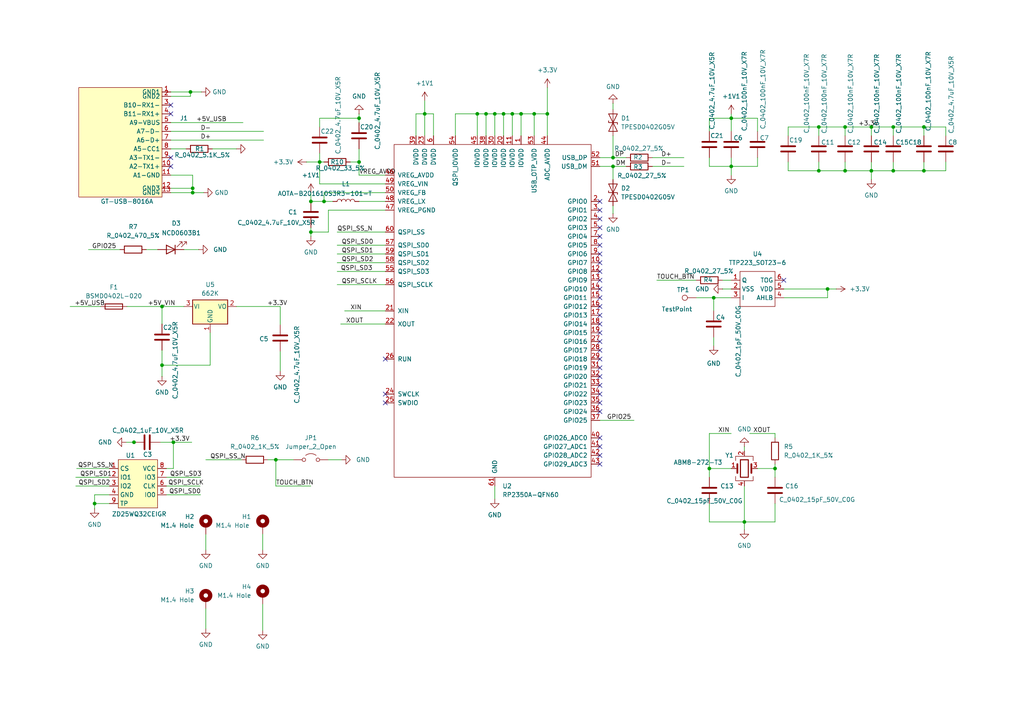
<source format=kicad_sch>
(kicad_sch (version 20250114) (generator "eeschema") (generator_version "9.0")
  (paper "A4")
  (lib_symbols
    (symbol "Connector:TestPoint" (pin_numbers (hide yes)) (pin_names (offset 0.762) (hide yes))
      (property "Reference" "TP" (at 0 6.858 0))
      (property "Value" "TestPoint" (at 0 5.08 0))
      (symbol "TestPoint_0_1"
        (circle (center 0 3.302) (radius 0.762))
      )
      (symbol "TestPoint_1_1"
        (pin passive line (at 0 0 90) (length 2.54) (name "1") (number "1"))
      )
    )
    (symbol "Device:C" (pin_numbers (hide yes)) (pin_names (offset 0.254))
      (property "Reference" "C" (at 0.635 2.54 0))
      (property "Value" "C" (at 0.635 -2.54 0))
      (symbol "C_0_1"
        (polyline (pts (xy -2.032 0.762) (xy 2.032 0.762)) (stroke (width 0.508)))
        (polyline (pts (xy -2.032 -0.762) (xy 2.032 -0.762)) (stroke (width 0.508)))
      )
      (symbol "C_1_1"
        (pin passive line (at 0 3.81 270) (length 2.794) (name "~") (number "1"))
        (pin passive line (at 0 -3.81 90) (length 2.794) (name "~") (number "2"))
      )
    )
    (symbol "Device:Crystal_GND24" (pin_names (offset 1.016) (hide yes))
      (property "Reference" "Y" (at 3.175 5.08 0))
      (property "Value" "Crystal_GND24" (at 3.175 3.175 0))
      (symbol "Crystal_GND24_0_1"
        (polyline (pts (xy -2.54 2.286) (xy -2.54 3.556) (xy 2.54 3.556) (xy 2.54 2.286)))
        (polyline (pts (xy -2.54 0) (xy -2.032 0)))
        (polyline (pts (xy -2.54 -2.286) (xy -2.54 -3.556) (xy 2.54 -3.556) (xy 2.54 -2.286)))
        (polyline (pts (xy -2.032 -1.27) (xy -2.032 1.27)) (stroke (width 0.508)))
        (rectangle (start -1.143 2.54) (end 1.143 -2.54) (stroke (width 0.3048)))
        (polyline (pts (xy 0 3.556) (xy 0 3.81)))
        (polyline (pts (xy 0 -3.81) (xy 0 -3.556)))
        (polyline (pts (xy 2.032 0) (xy 2.54 0)))
        (polyline (pts (xy 2.032 -1.27) (xy 2.032 1.27)) (stroke (width 0.508)))
      )
      (symbol "Crystal_GND24_1_1"
        (pin passive line (at -3.81 0 0) (length 1.27) (name "1") (number "1"))
        (pin passive line (at 0 5.08 270) (length 1.27) (name "2") (number "2"))
        (pin passive line (at 0 -5.08 90) (length 1.27) (name "4") (number "4"))
        (pin passive line (at 3.81 0 180) (length 1.27) (name "3") (number "3"))
      )
    )
    (symbol "Device:Fuse" (pin_numbers (hide yes)) (pin_names (offset 0))
      (property "Reference" "F" (at 2.032 0 90))
      (property "Value" "Fuse" (at -1.905 0 90))
      (symbol "Fuse_0_1"
        (rectangle (start -0.762 -2.54) (end 0.762 2.54) (stroke (width 0.254)))
        (polyline (pts (xy 0 2.54) (xy 0 -2.54)))
      )
      (symbol "Fuse_1_1"
        (pin passive line (at 0 3.81 270) (length 1.27) (name "~") (number "1"))
        (pin passive line (at 0 -3.81 90) (length 1.27) (name "~") (number "2"))
      )
    )
    (symbol "Device:L" (pin_numbers (hide yes)) (pin_names (offset 1.016) (hide yes))
      (property "Reference" "L" (at -1.27 0 90))
      (property "Value" "L" (at 1.905 0 90))
      (symbol "L_0_1"
        (arc (start 0 2.54) (mid 0.6323 1.905) (end 0 1.27))
        (arc (start 0 1.27) (mid 0.6323 0.635) (end 0 0))
        (arc (start 0 0) (mid 0.6323 -0.635) (end 0 -1.27))
        (arc (start 0 -1.27) (mid 0.6323 -1.905) (end 0 -2.54))
      )
      (symbol "L_1_1"
        (pin passive line (at 0 3.81 270) (length 1.27) (name "1") (number "1"))
        (pin passive line (at 0 -3.81 90) (length 1.27) (name "2") (number "2"))
      )
    )
    (symbol "Device:LED" (pin_numbers (hide yes)) (pin_names (offset 1.016) (hide yes))
      (property "Reference" "D" (at 0 2.54 0))
      (property "Value" "LED" (at 0 -2.54 0))
      (symbol "LED_0_1"
        (polyline (pts (xy -3.048 -0.762) (xy -4.572 -2.286) (xy -3.81 -2.286) (xy -4.572 -2.286) (xy -4.572 -1.524)))
        (polyline (pts (xy -1.778 -0.762) (xy -3.302 -2.286) (xy -2.54 -2.286) (xy -3.302 -2.286) (xy -3.302 -1.524)))
        (polyline (pts (xy -1.27 0) (xy 1.27 0)))
        (polyline (pts (xy -1.27 -1.27) (xy -1.27 1.27)) (stroke (width 0.254)))
        (polyline (pts (xy 1.27 -1.27) (xy 1.27 1.27) (xy -1.27 0) (xy 1.27 -1.27)) (stroke (width 0.254)))
      )
      (symbol "LED_1_1"
        (pin passive line (at -3.81 0 0) (length 2.54) (name "K") (number "1"))
        (pin passive line (at 3.81 0 180) (length 2.54) (name "A") (number "2"))
      )
    )
    (symbol "Device:R" (pin_numbers (hide yes)) (pin_names (offset 0))
      (property "Reference" "R" (at 2.032 0 90))
      (property "Value" "R" (at 0 0 90))
      (symbol "R_0_1"
        (rectangle (start -1.016 -2.54) (end 1.016 2.54) (stroke (width 0.254)))
      )
      (symbol "R_1_1"
        (pin passive line (at 0 3.81 270) (length 1.27) (name "~") (number "1"))
        (pin passive line (at 0 -3.81 90) (length 1.27) (name "~") (number "2"))
      )
    )
    (symbol "Diode:ESD9B5.0ST5G" (pin_numbers (hide yes)) (pin_names (offset 1.016) (hide yes))
      (property "Reference" "D" (at 0 2.54 0))
      (property "Value" "ESD9B5.0ST5G" (at 0 -2.54 0))
      (symbol "ESD9B5.0ST5G_0_1"
        (polyline (pts (xy -2.54 -1.27) (xy 0 0) (xy -2.54 1.27) (xy -2.54 -1.27)) (stroke (width 0.2032)))
        (polyline (pts (xy 0.508 1.27) (xy 0 1.27) (xy 0 -1.27) (xy -0.508 -1.27)) (stroke (width 0.2032)))
        (polyline (pts (xy 1.27 0) (xy -1.27 0)))
        (polyline (pts (xy 2.54 1.27) (xy 2.54 -1.27) (xy 0 0) (xy 2.54 1.27)) (stroke (width 0.2032)))
      )
      (symbol "ESD9B5.0ST5G_1_1"
        (pin passive line (at -3.81 0 0) (length 2.54) (name "A1") (number "1"))
        (pin passive line (at 3.81 0 180) (length 2.54) (name "A2") (number "2"))
      )
    )
    (symbol "Jumper:Jumper_2_Open" (pin_numbers (hide yes)) (pin_names (offset 0) (hide yes)) (exclude_from_sim yes)
      (property "Reference" "JP" (at 0 2.794 0))
      (property "Value" "Jumper_2_Open" (at 0 -2.286 0))
      (symbol "Jumper_2_Open_0_0"
        (circle (center -2.032 0) (radius 0.508))
        (circle (center 2.032 0) (radius 0.508))
      )
      (symbol "Jumper_2_Open_0_1"
        (arc (start -1.524 1.27) (mid 0 1.778) (end 1.524 1.27))
      )
      (symbol "Jumper_2_Open_1_1"
        (pin passive line (at -5.08 0 0) (length 2.54) (name "A") (number "1"))
        (pin passive line (at 5.08 0 180) (length 2.54) (name "B") (number "2"))
      )
    )
    (symbol "LT_RP2350A:RP2350A-QFN60" (pin_names (offset 1.016))
      (property "Reference" "U" (at 0 -1.27 0))
      (property "Value" "RP2350A-QFN60" (at 0 1.27 0))
      (symbol "RP2350A-QFN60_0_1"
        (rectangle (start -29.21 44.45) (end 27.94 -52.07))
      )
      (symbol "RP2350A-QFN60_1_0"
        (pin passive line (at 0 -54.61 90) (length 2.54) (name "GND") (number "61"))
      )
      (symbol "RP2350A-QFN60_1_1"
        (pin power_in line (at -31.75 35.56 0) (length 2.54) (name "VREG_AVDD") (number "46"))
        (pin power_in line (at -31.75 33.02 0) (length 2.54) (name "VREG_VIN") (number "49"))
        (pin power_in line (at -31.75 30.48 0) (length 2.54) (name "VREG_FB") (number "50"))
        (pin power_out line (at -31.75 27.94 0) (length 2.54) (name "VREG_LX") (number "48"))
        (pin input line (at -31.75 25.4 0) (length 2.54) (name "VREG_PGND") (number "47"))
        (pin bidirectional line (at -31.75 19.05 0) (length 2.54) (name "QSPI_SS") (number "60"))
        (pin bidirectional line (at -31.75 15.24 0) (length 2.54) (name "QSPI_SD0") (number "57"))
        (pin bidirectional line (at -31.75 12.7 0) (length 2.54) (name "QSPI_SD1") (number "59"))
        (pin bidirectional line (at -31.75 10.16 0) (length 2.54) (name "QSPI_SD2") (number "58"))
        (pin bidirectional line (at -31.75 7.62 0) (length 2.54) (name "QSPI_SD3") (number "55"))
        (pin bidirectional line (at -31.75 3.81 0) (length 2.54) (name "QSPI_SCLK") (number "56"))
        (pin input line (at -31.75 -3.81 0) (length 2.54) (name "XIN") (number "21"))
        (pin output line (at -31.75 -7.62 0) (length 2.54) (name "XOUT") (number "22"))
        (pin input line (at -31.75 -17.78 0) (length 2.54) (name "RUN") (number "26"))
        (pin input line (at -31.75 -27.94 0) (length 2.54) (name "SWCLK") (number "24"))
        (pin bidirectional line (at -31.75 -30.48 0) (length 2.54) (name "SWDIO") (number "25"))
        (pin power_in line (at -22.86 46.99 270) (length 2.54) (name "DVDD") (number "39"))
        (pin power_in line (at -20.32 46.99 270) (length 2.54) (name "DVDD") (number "23"))
        (pin power_in line (at -17.78 46.99 270) (length 2.54) (name "DVDD") (number "6"))
        (pin power_in line (at -11.43 46.99 270) (length 2.54) (name "QSPI_IOVDD") (number "54"))
        (pin power_in line (at -5.08 46.99 270) (length 2.54) (name "IOVDD") (number "45"))
        (pin power_in line (at -2.54 46.99 270) (length 2.54) (name "IOVDD") (number "38"))
        (pin power_in line (at 0 46.99 270) (length 2.54) (name "IOVDD") (number "30"))
        (pin power_in line (at 2.54 46.99 270) (length 2.54) (name "IOVDD") (number "20"))
        (pin power_in line (at 5.08 46.99 270) (length 2.54) (name "IOVDD") (number "11"))
        (pin power_in line (at 7.62 46.99 270) (length 2.54) (name "IOVDD") (number "1"))
        (pin power_in line (at 11.43 46.99 270) (length 2.54) (name "USB_OTP_VDD") (number "53"))
        (pin power_in line (at 15.24 46.99 270) (length 2.54) (name "ADC_AVDD") (number "44"))
        (pin bidirectional line (at 30.48 40.64 180) (length 2.54) (name "USB_DP") (number "52"))
        (pin bidirectional line (at 30.48 38.1 180) (length 2.54) (name "USB_DM") (number "51"))
        (pin bidirectional line (at 30.48 27.94 180) (length 2.54) (name "GPIO0") (number "2"))
        (pin bidirectional line (at 30.48 25.4 180) (length 2.54) (name "GPIO1") (number "3"))
        (pin bidirectional line (at 30.48 22.86 180) (length 2.54) (name "GPIO2") (number "4"))
        (pin bidirectional line (at 30.48 20.32 180) (length 2.54) (name "GPIO3") (number "5"))
        (pin bidirectional line (at 30.48 17.78 180) (length 2.54) (name "GPIO4") (number "7"))
        (pin bidirectional line (at 30.48 15.24 180) (length 2.54) (name "GPIO5") (number "8"))
        (pin bidirectional line (at 30.48 12.7 180) (length 2.54) (name "GPIO6") (number "9"))
        (pin bidirectional line (at 30.48 10.16 180) (length 2.54) (name "GPIO7") (number "10"))
        (pin bidirectional line (at 30.48 7.62 180) (length 2.54) (name "GPIO8") (number "12"))
        (pin bidirectional line (at 30.48 5.08 180) (length 2.54) (name "GPIO9") (number "13"))
        (pin bidirectional line (at 30.48 2.54 180) (length 2.54) (name "GPIO10") (number "14"))
        (pin bidirectional line (at 30.48 0 180) (length 2.54) (name "GPIO11") (number "15"))
        (pin bidirectional line (at 30.48 -2.54 180) (length 2.54) (name "GPIO12") (number "16"))
        (pin bidirectional line (at 30.48 -5.08 180) (length 2.54) (name "GPIO13") (number "17"))
        (pin bidirectional line (at 30.48 -7.62 180) (length 2.54) (name "GPIO14") (number "18"))
        (pin bidirectional line (at 30.48 -10.16 180) (length 2.54) (name "GPIO15") (number "19"))
        (pin bidirectional line (at 30.48 -12.7 180) (length 2.54) (name "GPIO16") (number "27"))
        (pin bidirectional line (at 30.48 -15.24 180) (length 2.54) (name "GPIO17") (number "28"))
        (pin bidirectional line (at 30.48 -17.78 180) (length 2.54) (name "GPIO18") (number "29"))
        (pin bidirectional line (at 30.48 -20.32 180) (length 2.54) (name "GPIO19") (number "31"))
        (pin bidirectional line (at 30.48 -22.86 180) (length 2.54) (name "GPIO20") (number "32"))
        (pin bidirectional line (at 30.48 -25.4 180) (length 2.54) (name "GPIO21") (number "33"))
        (pin bidirectional line (at 30.48 -27.94 180) (length 2.54) (name "GPIO22") (number "34"))
        (pin bidirectional line (at 30.48 -30.48 180) (length 2.54) (name "GPIO23") (number "35"))
        (pin bidirectional line (at 30.48 -33.02 180) (length 2.54) (name "GPIO24") (number "36"))
        (pin bidirectional line (at 30.48 -35.56 180) (length 2.54) (name "GPIO25") (number "37"))
        (pin bidirectional line (at 30.48 -40.64 180) (length 2.54) (name "GPIO26_ADC0") (number "40"))
        (pin bidirectional line (at 30.48 -43.18 180) (length 2.54) (name "GPIO27_ADC1") (number "41"))
        (pin bidirectional line (at 30.48 -45.72 180) (length 2.54) (name "GPIO28_ADC2") (number "42"))
        (pin bidirectional line (at 30.48 -48.26 180) (length 2.54) (name "GPIO29_ADC3") (number "43"))
      )
    )
    (symbol "LT_TTP223:TTP223"
      (property "Reference" "U" (at -2.54 9.398 0))
      (property "Value" "TTP223_SOT23-6" (at 0 7.112 0))
      (symbol "TTP223_0_1"
        (rectangle (start -5.08 5.08) (end 5.08 -5.08))
      )
      (symbol "TTP223_1_1"
        (pin bidirectional line (at -7.62 2.54 0) (length 2.54) (name "Q") (number "1"))
        (pin power_out line (at -7.62 0 0) (length 2.54) (name "VSS") (number "2"))
        (pin bidirectional line (at -7.62 -2.54 0) (length 2.54) (name "I") (number "3"))
        (pin bidirectional line (at 7.62 2.54 180) (length 2.54) (name "TOG") (number "6"))
        (pin power_in line (at 7.62 0 180) (length 2.54) (name "VDD") (number "5"))
        (pin bidirectional line (at 7.62 -2.54 180) (length 2.54) (name "AHLB") (number "4"))
      )
    )
    (symbol "Mechanical:MountingHole_Pad" (pin_numbers (hide yes)) (pin_names (offset 1.016) (hide yes)) (exclude_from_sim yes) (in_bom no)
      (property "Reference" "H" (at 0 6.35 0))
      (property "Value" "MountingHole_Pad" (at 0 4.445 0))
      (symbol "MountingHole_Pad_0_1"
        (circle (center 0 1.27) (radius 1.27) (stroke (width 1.27)))
      )
      (symbol "MountingHole_Pad_1_1"
        (pin input line (at 0 -2.54 90) (length 2.54) (name "1") (number "1"))
      )
    )
    (symbol "Regulator_Linear:TPS7A0533PDBZ" (pin_names (offset 0.254))
      (property "Reference" "U" (at -3.81 3.175 0))
      (property "Value" "TPS7A0533PDBZ" (at 0 3.175 0))
      (symbol "TPS7A0533PDBZ_0_1"
        (rectangle (start -5.08 -5.08) (end 5.08 1.905) (stroke (width 0.254)) (fill (type background)))
      )
      (symbol "TPS7A0533PDBZ_1_1"
        (pin power_in line (at -7.62 0 0) (length 2.54) (name "VI") (number "3"))
        (pin power_in line (at 0 -7.62 90) (length 2.54) (name "GND") (number "1"))
        (pin power_out line (at 7.62 0 180) (length 2.54) (name "VO") (number "2"))
      )
    )
    (symbol "USB_C_PLUG_3.0:GT-USB-8016A"
      (property "Reference" "J" (at 0 0 0))
      (property "Value" "GT-USB-8016A" (at 16.51 -24.13 0))
      (symbol "GT-USB-8016A_1_1"
        (rectangle (start 6.35 8.89) (end 30.48 -22.86) (fill (type background)))
        (pin power_out line (at 3.81 7.62 0) (length 2.54) (name "GND1") (number "1"))
        (pin power_out line (at 3.81 6.35 0) (length 2.54) (name "GND2") (number "2"))
        (pin bidirectional line (at 3.81 3.81 0) (length 2.54) (name "B10-RX1-") (number "3"))
        (pin bidirectional line (at 3.81 1.27 0) (length 2.54) (name "B11-RX1+") (number "4"))
        (pin bidirectional line (at 3.81 -1.27 0) (length 2.54) (name "A9-VBUS") (number "5"))
        (pin bidirectional line (at 3.81 -3.81 0) (length 2.54) (name "A7-D-") (number "6"))
        (pin bidirectional line (at 3.81 -6.35 0) (length 2.54) (name "A6-D+") (number "7"))
        (pin bidirectional line (at 3.81 -8.89 0) (length 2.54) (name "A5-CC1") (number "8"))
        (pin bidirectional line (at 3.81 -11.43 0) (length 2.54) (name "A3-TX1-") (number "9"))
        (pin bidirectional line (at 3.81 -13.97 0) (length 2.54) (name "A2-TX1+") (number "10"))
        (pin bidirectional line (at 3.81 -16.51 0) (length 2.54) (name "A1-GND") (number "11"))
        (pin power_out line (at 3.81 -20.32 0) (length 2.54) (name "GND3") (number "12"))
        (pin power_out line (at 3.81 -21.59 0) (length 2.54) (name "GND4") (number "13"))
      )
    )
    (symbol "W25Q16JVUXIQ:W25Q16JVUXIQ"
      (property "Reference" "U" (at -3.81 7.62 0))
      (property "Value" "W25Q16JVUXIQ" (at -2.54 -6.35 0))
      (symbol "W25Q16JVUXIQ_1_1"
        (rectangle (start -8.89 8.89) (end 2.54 -5.08) (fill (type background)))
        (pin input line (at -11.43 6.35 0) (length 2.54) (name "CS") (number "1"))
        (pin output line (at -11.43 3.81 0) (length 2.54) (name "IO1") (number "2"))
        (pin input line (at -11.43 1.27 0) (length 2.54) (name "IO2") (number "3"))
        (pin power_out line (at -11.43 -1.27 0) (length 2.54) (name "GND") (number "4"))
        (pin power_out line (at -11.43 -3.81 0) (length 2.54) (name "TP") (number "9"))
        (pin power_in line (at 5.08 6.35 180) (length 2.54) (name "VCC") (number "8"))
        (pin input line (at 5.08 3.81 180) (length 2.54) (name "IO3") (number "7"))
        (pin input line (at 5.08 1.27 180) (length 2.54) (name "CLK") (number "6"))
        (pin input line (at 5.08 -1.27 180) (length 2.54) (name "IO0") (number "5"))
      )
    )
    (symbol "power:+1V1" (power) (pin_numbers (hide yes)) (pin_names (offset 0) (hide yes))
      (property "Value" "+1V1" (at 0 3.556 0))
      (symbol "+1V1_0_1"
        (polyline (pts (xy -0.762 1.27) (xy 0 2.54)))
        (polyline (pts (xy 0 2.54) (xy 0.762 1.27)))
        (polyline (pts (xy 0 0) (xy 0 2.54)))
      )
      (symbol "+1V1_1_1"
        (pin power_in line (at 0 0 90) (length 0) (name "~") (number "1"))
      )
    )
    (symbol "power:+3.3V" (power) (pin_numbers (hide yes)) (pin_names (offset 0) (hide yes))
      (property "Value" "+3.3V" (at 0 3.556 0))
      (symbol "+3.3V_0_1"
        (polyline (pts (xy -0.762 1.27) (xy 0 2.54)))
        (polyline (pts (xy 0 2.54) (xy 0.762 1.27)))
        (polyline (pts (xy 0 0) (xy 0 2.54)))
      )
      (symbol "+3.3V_1_1"
        (pin power_in line (at 0 0 90) (length 0) (name "~") (number "1"))
      )
    )
    (symbol "power:GND" (power) (pin_numbers (hide yes)) (pin_names (offset 0) (hide yes))
      (property "Value" "GND" (at 0 -3.81 0))
      (symbol "GND_0_1"
        (polyline (pts (xy 0 0) (xy 0 -1.27) (xy 1.27 -1.27) (xy 0 -2.54) (xy -1.27 -1.27) (xy 0 -1.27)))
      )
      (symbol "GND_1_1"
        (pin power_in line (at 0 0 270) (length 0) (name "~") (number "1"))
      )
    )
  )
  (junction (at 212.09 34.29))
  (junction (at 80.01 133.35))
  (junction (at 46.99 88.9))
  (junction (at 224.79 135.89))
  (junction (at 55.88 55.88))
  (junction (at 259.08 36.83))
  (junction (at 245.11 49.53))
  (junction (at 148.59 33.02))
  (junction (at 205.74 135.89))
  (junction (at 267.97 36.83))
  (junction (at 177.8 48.26))
  (junction (at 237.49 49.53))
  (junction (at 267.97 49.53))
  (junction (at 215.9 151.384))
  (junction (at 177.8 45.72))
  (junction (at 252.73 49.53))
  (junction (at 104.14 46.99))
  (junction (at 90.17 58.42))
  (junction (at 252.73 36.83))
  (junction (at 237.49 36.83))
  (junction (at 55.245 26.67))
  (junction (at 143.51 33.02))
  (junction (at 212.09 48.26))
  (junction (at 38.862 128.27))
  (junction (at 55.88 54.61))
  (junction (at 207.01 86.36))
  (junction (at 140.97 33.02))
  (junction (at 93.98 58.42))
  (junction (at 90.17 67.31))
  (junction (at 27.432 146.05))
  (junction (at 245.11 36.83))
  (junction (at 138.43 33.02))
  (junction (at 92.71 46.99))
  (junction (at 46.99 105.918))
  (junction (at 259.08 49.53))
  (junction (at 123.19 33.02))
  (junction (at 104.14 34.29))
  (junction (at 146.05 33.02))
  (junction (at 158.75 33.02))
  (junction (at 151.13 33.02))
  (junction (at 240.03 83.82))
  (junction (at 50.292 128.27))
  (junction (at 154.94 33.02))
  (no_connect (at 111.76 116.84))
  (no_connect (at 111.76 104.14))
  (no_connect (at 173.99 73.66))
  (no_connect (at 173.99 58.42))
  (no_connect (at 173.99 71.12))
  (no_connect (at 173.99 134.62))
  (no_connect (at 173.99 81.28))
  (no_connect (at 111.76 114.3))
  (no_connect (at 173.99 78.74))
  (no_connect (at 173.99 101.6))
  (no_connect (at 173.99 132.08))
  (no_connect (at 173.99 91.44))
  (no_connect (at 227.33 81.28))
  (no_connect (at 173.99 104.14))
  (no_connect (at 173.99 111.76))
  (no_connect (at 49.53 33.02))
  (no_connect (at 173.99 106.68))
  (no_connect (at 49.53 45.72))
  (no_connect (at 173.99 63.5))
  (no_connect (at 173.99 127))
  (no_connect (at 49.53 48.26))
  (no_connect (at 173.99 116.84))
  (no_connect (at 173.99 83.82))
  (no_connect (at 173.99 86.36))
  (no_connect (at 173.99 114.3))
  (no_connect (at 173.99 66.04))
  (no_connect (at 173.99 68.58))
  (no_connect (at 173.99 60.96))
  (no_connect (at 173.99 129.54))
  (no_connect (at 173.99 99.06))
  (no_connect (at 173.99 76.2))
  (no_connect (at 173.99 119.38))
  (no_connect (at 49.53 30.48))
  (no_connect (at 173.99 93.98))
  (no_connect (at 173.99 109.22))
  (no_connect (at 173.99 88.9))
  (no_connect (at 173.99 96.52))
  (wire (pts (xy 252.73 49.53) (xy 252.73 52.07)))
  (wire (pts (xy 143.51 33.02) (xy 146.05 33.02)))
  (wire (pts (xy 205.74 151.384) (xy 215.9 151.384)))
  (wire (pts (xy 173.99 121.92) (xy 183.896 121.92)))
  (wire (pts (xy 209.55 81.28) (xy 212.09 81.28)))
  (wire (pts (xy 212.09 33.02) (xy 212.09 34.29)))
  (wire (pts (xy 92.71 46.99) (xy 88.9 46.99)))
  (wire (pts (xy 252.73 49.53) (xy 259.08 49.53)))
  (wire (pts (xy 209.55 83.82) (xy 212.09 83.82)))
  (wire (pts (xy 190.5 81.28) (xy 201.93 81.28)))
  (wire (pts (xy 173.99 48.26) (xy 177.8 48.26)))
  (wire (pts (xy 207.01 97.79) (xy 207.01 100.33)))
  (wire (pts (xy 189.23 48.26) (xy 198.374 48.26)))
  (wire (pts (xy 132.08 33.02) (xy 138.43 33.02)))
  (wire (pts (xy 207.01 86.36) (xy 212.09 86.36)))
  (wire (pts (xy 21.971 140.97) (xy 31.75 140.97)))
  (wire (pts (xy 224.79 151.384) (xy 224.79 146.05)))
  (wire (pts (xy 49.53 54.61) (xy 55.88 54.61)))
  (wire (pts (xy 227.33 83.82) (xy 240.03 83.82)))
  (wire (pts (xy 205.74 48.26) (xy 212.09 48.26)))
  (wire (pts (xy 177.8 29.972) (xy 177.8 31.75)))
  (wire (pts (xy 228.6 49.53) (xy 237.49 49.53)))
  (wire (pts (xy 55.88 55.88) (xy 59.055 55.88)))
  (wire (pts (xy 46.99 88.9) (xy 53.34 88.9)))
  (wire (pts (xy 245.11 36.83) (xy 245.11 39.37)))
  (wire (pts (xy 48.26 138.43) (xy 58.166 138.43)))
  (wire (pts (xy 60.96 96.52) (xy 60.96 105.918)))
  (wire (pts (xy 143.51 33.02) (xy 140.97 33.02)))
  (wire (pts (xy 158.75 33.02) (xy 154.94 33.02)))
  (wire (pts (xy 59.69 133.35) (xy 70.104 133.35)))
  (wire (pts (xy 259.08 46.99) (xy 259.08 49.53)))
  (wire (pts (xy 154.94 33.02) (xy 154.94 39.37)))
  (wire (pts (xy 92.71 34.29) (xy 104.14 34.29)))
  (wire (pts (xy 92.71 44.45) (xy 92.71 46.99)))
  (wire (pts (xy 205.74 135.89) (xy 212.09 135.89)))
  (wire (pts (xy 49.53 40.64) (xy 76.454 40.64)))
  (wire (pts (xy 227.33 86.36) (xy 240.03 86.36)))
  (wire (pts (xy 93.98 58.42) (xy 96.52 58.42)))
  (wire (pts (xy 259.08 36.83) (xy 259.08 39.37)))
  (wire (pts (xy 20.32 88.9) (xy 29.21 88.9)))
  (wire (pts (xy 205.74 151.384) (xy 205.74 146.05)))
  (wire (pts (xy 68.58 88.9) (xy 81.28 88.9)))
  (wire (pts (xy 55.88 50.8) (xy 55.88 54.61)))
  (wire (pts (xy 49.53 35.56) (xy 70.485 35.56)))
  (wire (pts (xy 49.53 38.1) (xy 76.454 38.1)))
  (wire (pts (xy 90.17 58.42) (xy 93.98 58.42)))
  (wire (pts (xy 81.28 101.854) (xy 81.28 107.696)))
  (wire (pts (xy 215.9 129.54) (xy 215.9 130.81)))
  (wire (pts (xy 97.79 73.66) (xy 111.76 73.66)))
  (wire (pts (xy 215.9 151.384) (xy 215.9 153.67)))
  (wire (pts (xy 76.2 154.94) (xy 76.2 159.512)))
  (wire (pts (xy 92.71 46.99) (xy 92.71 53.34)))
  (wire (pts (xy 21.971 138.43) (xy 31.75 138.43)))
  (wire (pts (xy 80.01 133.35) (xy 80.01 140.97)))
  (wire (pts (xy 93.98 55.88) (xy 93.98 58.42)))
  (wire (pts (xy 245.11 49.53) (xy 252.73 49.53)))
  (wire (pts (xy 55.245 26.67) (xy 58.42 26.67)))
  (wire (pts (xy 237.49 36.83) (xy 237.49 39.37)))
  (wire (pts (xy 49.53 50.8) (xy 55.88 50.8)))
  (wire (pts (xy 27.432 147.574) (xy 27.432 146.05)))
  (wire (pts (xy 146.05 33.02) (xy 148.59 33.02)))
  (wire (pts (xy 48.26 135.89) (xy 50.292 135.89)))
  (wire (pts (xy 125.73 33.02) (xy 123.19 33.02)))
  (wire (pts (xy 219.71 38.1) (xy 219.71 34.29)))
  (wire (pts (xy 49.53 55.88) (xy 55.88 55.88)))
  (wire (pts (xy 55.245 26.67) (xy 55.245 27.94)))
  (wire (pts (xy 97.79 78.74) (xy 111.76 78.74)))
  (wire (pts (xy 53.34 72.39) (xy 57.658 72.39)))
  (wire (pts (xy 205.74 38.1) (xy 205.74 34.29)))
  (wire (pts (xy 27.432 143.51) (xy 27.432 146.05)))
  (wire (pts (xy 99.949 90.17) (xy 111.76 90.17)))
  (wire (pts (xy 267.97 49.53) (xy 259.08 49.53)))
  (wire (pts (xy 228.6 36.83) (xy 228.6 39.37)))
  (wire (pts (xy 59.69 176.53) (xy 59.69 182.372)))
  (wire (pts (xy 92.71 53.34) (xy 111.76 53.34)))
  (wire (pts (xy 177.8 48.26) (xy 181.61 48.26)))
  (wire (pts (xy 46.482 128.27) (xy 50.292 128.27)))
  (wire (pts (xy 95.25 133.35) (xy 99.06 133.35)))
  (wire (pts (xy 46.99 88.9) (xy 46.99 93.98)))
  (wire (pts (xy 212.09 48.26) (xy 219.71 48.26)))
  (wire (pts (xy 61.595 43.18) (xy 68.58 43.18)))
  (wire (pts (xy 81.28 88.9) (xy 81.28 94.234)))
  (wire (pts (xy 143.51 140.97) (xy 143.51 144.78)))
  (wire (pts (xy 104.14 58.42) (xy 111.76 58.42)))
  (wire (pts (xy 205.74 125.73) (xy 205.74 135.89)))
  (wire (pts (xy 143.51 33.02) (xy 143.51 39.37)))
  (wire (pts (xy 252.73 46.99) (xy 252.73 49.53)))
  (wire (pts (xy 123.19 29.21) (xy 123.19 33.02)))
  (wire (pts (xy 80.01 133.35) (xy 85.09 133.35)))
  (wire (pts (xy 224.79 127) (xy 224.79 125.73)))
  (wire (pts (xy 36.576 128.27) (xy 38.862 128.27)))
  (wire (pts (xy 252.73 36.83) (xy 245.11 36.83)))
  (wire (pts (xy 101.6 46.99) (xy 104.14 46.99)))
  (wire (pts (xy 120.65 33.02) (xy 123.19 33.02)))
  (wire (pts (xy 92.71 46.99) (xy 93.98 46.99)))
  (wire (pts (xy 177.8 39.37) (xy 177.8 45.72)))
  (wire (pts (xy 123.19 33.02) (xy 123.19 39.37)))
  (wire (pts (xy 237.49 46.99) (xy 237.49 49.53)))
  (wire (pts (xy 274.32 46.99) (xy 274.32 49.53)))
  (wire (pts (xy 212.09 34.29) (xy 212.09 38.1)))
  (wire (pts (xy 219.71 34.29) (xy 212.09 34.29)))
  (wire (pts (xy 205.74 34.29) (xy 212.09 34.29)))
  (wire (pts (xy 48.26 143.51) (xy 58.166 143.51)))
  (wire (pts (xy 55.88 54.61) (xy 55.88 55.88)))
  (wire (pts (xy 80.01 140.97) (xy 90.17 140.97)))
  (wire (pts (xy 104.14 43.18) (xy 104.14 46.99)))
  (wire (pts (xy 240.03 83.82) (xy 240.03 86.36)))
  (wire (pts (xy 237.49 36.83) (xy 245.11 36.83)))
  (wire (pts (xy 97.79 82.55) (xy 111.76 82.55)))
  (wire (pts (xy 42.418 72.39) (xy 45.72 72.39)))
  (wire (pts (xy 140.97 33.02) (xy 140.97 39.37)))
  (wire (pts (xy 90.17 55.88) (xy 90.17 58.42)))
  (wire (pts (xy 22.225 135.89) (xy 31.75 135.89)))
  (wire (pts (xy 120.65 39.37) (xy 120.65 33.02)))
  (wire (pts (xy 217.424 125.73) (xy 224.79 125.73)))
  (wire (pts (xy 97.79 71.12) (xy 111.76 71.12)))
  (wire (pts (xy 104.14 33.02) (xy 104.14 34.29)))
  (wire (pts (xy 252.73 36.83) (xy 252.73 39.37)))
  (wire (pts (xy 224.79 134.62) (xy 224.79 135.89)))
  (wire (pts (xy 237.49 49.53) (xy 245.11 49.53)))
  (wire (pts (xy 158.75 25.4) (xy 158.75 33.02)))
  (wire (pts (xy 36.83 88.9) (xy 46.99 88.9)))
  (wire (pts (xy 224.79 135.89) (xy 224.79 138.43)))
  (wire (pts (xy 224.79 151.384) (xy 215.9 151.384)))
  (wire (pts (xy 219.71 48.26) (xy 219.71 45.72)))
  (wire (pts (xy 189.23 45.72) (xy 198.374 45.72)))
  (wire (pts (xy 46.99 101.6) (xy 46.99 105.918)))
  (wire (pts (xy 46.99 109.22) (xy 46.99 105.918)))
  (wire (pts (xy 267.97 36.83) (xy 259.08 36.83)))
  (wire (pts (xy 259.08 36.83) (xy 252.73 36.83)))
  (wire (pts (xy 46.99 105.918) (xy 60.96 105.918)))
  (wire (pts (xy 173.99 45.72) (xy 177.8 45.72)))
  (wire (pts (xy 104.14 46.99) (xy 104.14 50.8)))
  (wire (pts (xy 49.53 27.94) (xy 55.245 27.94)))
  (wire (pts (xy 38.862 128.27) (xy 38.989 128.27)))
  (wire (pts (xy 215.9 140.97) (xy 215.9 151.384)))
  (wire (pts (xy 25.654 72.39) (xy 34.798 72.39)))
  (wire (pts (xy 219.71 135.89) (xy 224.79 135.89)))
  (wire (pts (xy 267.97 46.99) (xy 267.97 49.53)))
  (wire (pts (xy 138.43 33.02) (xy 138.43 39.37)))
  (wire (pts (xy 59.69 154.94) (xy 59.69 159.512)))
  (wire (pts (xy 95.25 60.96) (xy 111.76 60.96)))
  (wire (pts (xy 90.17 67.31) (xy 90.17 68.58)))
  (wire (pts (xy 104.14 50.8) (xy 111.76 50.8)))
  (wire (pts (xy 274.32 49.53) (xy 267.97 49.53)))
  (wire (pts (xy 76.2 175.26) (xy 76.2 182.88)))
  (wire (pts (xy 177.8 48.26) (xy 177.8 52.07)))
  (wire (pts (xy 274.32 39.37) (xy 274.32 36.83)))
  (wire (pts (xy 158.75 39.37) (xy 158.75 33.02)))
  (wire (pts (xy 205.74 125.73) (xy 212.09 125.73)))
  (wire (pts (xy 201.93 86.36) (xy 207.01 86.36)))
  (wire (pts (xy 90.17 67.31) (xy 95.25 67.31)))
  (wire (pts (xy 207.01 86.36) (xy 207.01 90.17)))
  (wire (pts (xy 151.13 39.37) (xy 151.13 33.02)))
  (wire (pts (xy 50.292 135.89) (xy 50.292 128.27)))
  (wire (pts (xy 228.6 36.83) (xy 237.49 36.83)))
  (wire (pts (xy 228.6 46.99) (xy 228.6 49.53)))
  (wire (pts (xy 97.79 76.2) (xy 111.76 76.2)))
  (wire (pts (xy 97.79 67.31) (xy 111.76 67.31)))
  (wire (pts (xy 95.25 67.31) (xy 95.25 60.96)))
  (wire (pts (xy 146.05 33.02) (xy 146.05 39.37)))
  (wire (pts (xy 49.53 43.18) (xy 53.975 43.18)))
  (wire (pts (xy 148.59 39.37) (xy 148.59 33.02)))
  (wire (pts (xy 27.432 146.05) (xy 31.75 146.05)))
  (wire (pts (xy 98.806 93.98) (xy 111.76 93.98)))
  (wire (pts (xy 77.724 133.35) (xy 80.01 133.35)))
  (wire (pts (xy 177.8 45.72) (xy 181.61 45.72)))
  (wire (pts (xy 212.09 45.72) (xy 212.09 48.26)))
  (wire (pts (xy 132.08 39.37) (xy 132.08 33.02)))
  (wire (pts (xy 205.74 135.89) (xy 205.74 138.43)))
  (wire (pts (xy 50.292 128.27) (xy 55.626 128.27)))
  (wire (pts (xy 111.76 55.88) (xy 93.98 55.88)))
  (wire (pts (xy 125.73 39.37) (xy 125.73 33.02)))
  (wire (pts (xy 274.32 36.83) (xy 267.97 36.83)))
  (wire (pts (xy 90.17 66.04) (xy 90.17 67.31)))
  (wire (pts (xy 140.97 33.02) (xy 138.43 33.02)))
  (wire (pts (xy 49.53 26.67) (xy 55.245 26.67)))
  (wire (pts (xy 267.97 36.83) (xy 267.97 39.37)))
  (wire (pts (xy 205.74 45.72) (xy 205.74 48.26)))
  (wire (pts (xy 177.8 59.69) (xy 177.8 61.976)))
  (wire (pts (xy 104.14 34.29) (xy 104.14 35.56)))
  (wire (pts (xy 48.26 140.97) (xy 58.039 140.97)))
  (wire (pts (xy 151.13 33.02) (xy 154.94 33.02)))
  (wire (pts (xy 245.11 46.99) (xy 245.11 49.53)))
  (wire (pts (xy 31.75 143.51) (xy 27.432 143.51)))
  (wire (pts (xy 212.09 48.26) (xy 212.09 50.8)))
  (wire (pts (xy 148.59 33.02) (xy 151.13 33.02)))
  (wire (pts (xy 240.03 83.82) (xy 242.57 83.82)))
  (wire (pts (xy 92.71 36.83) (xy 92.71 34.29)))
  (label "QSPI_SD0" (at 49.022 143.51 0))
  (label "QSPI_SS_N" (at 97.79 67.31 0))
  (label "QSPI_SD3" (at 98.806 78.74 0))
  (label "QSPI_SD2" (at 99.06 76.2 0))
  (label "+5V_VIN" (at 42.8244 88.9 0))
  (label "QSPI_SD1" (at 23.2156 138.43 0))
  (label "DM" (at 178.562 48.26 0))
  (label "QSPI_SCLK" (at 99.06 82.55 0))
  (label "+3.3V" (at 248.92 36.83 0))
  (label "+3.3V" (at 77.47 88.9 0))
  (label "QSPI_SS_N" (at 22.606 135.89 0))
  (label "QSPI_SS_N" (at 60.96 133.35 0))
  (label "QSPI_SCLK" (at 48.768 140.97 0))
  (label "QSPI_SD0" (at 99.06 71.12 0))
  (label "TOUCH_BTN" (at 80.01 140.97 0))
  (label "QSPI_SD2" (at 22.733 140.97 0))
  (label "XIN" (at 101.6 90.17 0))
  (label "D-" (at 58.166 38.1 0))
  (label "+5V_USB" (at 21.59 88.9 0))
  (label "VREG_AVDD" (at 104.14 50.8 0))
  (label "D-" (at 191.77 48.26 0))
  (label "TOUCH_BTN" (at 190.5 81.28 0))
  (label "+3.3V" (at 49.149 128.27 0))
  (label "D+" (at 191.77 45.72 0))
  (label "XOUT" (at 100.33 93.98 0))
  (label "GPIO25" (at 176.022 121.92 0))
  (label "GPIO25" (at 26.67 72.39 0))
  (label "+5V_USB" (at 56.896 35.56 0))
  (label "D+" (at 58.166 40.64 0))
  (label "XIN" (at 208.28 125.73 0))
  (label "QSPI_SD3" (at 49.276 138.43 0))
  (label "XOUT" (at 218.44 125.73 0))
  (label "DP" (at 178.308 45.72 0))
  (label "QSPI_SD1" (at 99.06 73.66 0))
  (symbol (lib_id "power:GND") (at 36.576 128.27 270) (unit 1)
    (property "Reference" "#PWR03" (effects (hide yes)))
    (property "Value" "GND" (at 32.512 128.27 90) (effects (justify right)))
    (property "Description" "Power symbol creates a global label with name \"GND\" , ground" (effects (hide yes)))
  )
  (symbol (lib_id "Mechanical:MountingHole_Pad") (at 59.69 173.99 0) (mirror y) (unit 1) (in_bom no)
    (property "Reference" "H3" (at 56.388 171.45 0) (effects (justify left)))
    (property "Value" "M1.4 Hole" (at 56.388 173.99 0) (effects (justify left)))
    (property "Footprint" "LT_TinyMountingHole:MountingHole-M1.4" (effects (hide yes)))
    (property "Description" "Mounting Hole with connection" (effects (hide yes)))
  )
  (symbol (lib_id "power:GND") (at 76.2 159.512 0) (unit 1)
    (property "Reference" "#PWR022" (effects (hide yes)))
    (property "Value" "GND" (at 76.2 164.084 0))
    (property "Description" "Power symbol creates a global label with name \"GND\" , ground" (effects (hide yes)))
  )
  (symbol (lib_id "power:GND") (at 215.9 129.54 180) (unit 1)
    (property "Reference" "#PWR023" (effects (hide yes)))
    (property "Value" "GND" (at 215.9 124.46 0))
    (property "Description" "Power symbol creates a global label with name \"GND\" , ground" (effects (hide yes)))
  )
  (symbol (lib_id "Device:C") (at 205.74 41.91 0) (mirror x) (unit 1)
    (property "Reference" "C21" (at 205.994 39.37 0) (effects (justify left)))
    (property "Value" "C_0402_4.7uF_10V_X5R" (at 206.502 14.986 90) (effects (justify left)))
    (property "Footprint" "Capacitor_SMD:C_0402_1005Metric" (effects (hide yes)))
    (property "Description" "Unpolarized capacitor" (effects (hide yes)))
  )
  (symbol (lib_id "Device:C") (at 212.09 41.91 0) (unit 1)
    (property "Reference" "C6" (at 212.725 40.005 0) (effects (justify left)))
    (property "Value" "C_0402_100nF_10V_X7R" (at 215.9 38.1 90) (effects (justify left)))
    (property "Footprint" "Capacitor_SMD:C_0402_1005Metric" (effects (hide yes)))
    (property "Description" "Unpolarized capacitor" (effects (hide yes)))
  )
  (symbol (lib_id "LT_RP2350A:RP2350A-QFN60") (at 143.51 86.36 0) (unit 1)
    (property "Reference" "U2" (at 145.7041 140.97 0) (effects (justify left)))
    (property "Value" "RP2350A-QFN60" (at 145.7041 143.51 0) (effects (justify left)))
    (property "Footprint" "LT_QFN60:RP2350A_QFN-60_EP_7.75x7.75_Pitch0.4mm" (effects (hide yes)))
  )
  (symbol (lib_id "power:GND") (at 27.432 147.574 0) (unit 1)
    (property "Reference" "#PWR01" (effects (hide yes)))
    (property "Value" "GND" (at 27.432 152.146 0))
    (property "Description" "Power symbol creates a global label with name \"GND\" , ground" (effects (hide yes)))
  )
  (symbol (lib_id "power:GND") (at 212.09 50.8 0) (unit 1)
    (property "Reference" "#PWR029" (effects (hide yes)))
    (property "Value" "GND" (at 212.09 55.372 0))
    (property "Description" "Power symbol creates a global label with name \"GND\" , ground" (effects (hide yes)))
  )
  (symbol (lib_id "power:+1V1") (at 123.19 29.21 0) (unit 1)
    (property "Reference" "#PWR010" (effects (hide yes)))
    (property "Value" "+1V1" (at 123.19 24.13 0))
    (property "Description" "Power symbol creates a global label with name \"+1V1\"" (effects (hide yes)))
  )
  (symbol (lib_id "Device:R") (at 205.74 81.28 90) (unit 1)
    (property "Reference" "R4" (at 205.359 81.1784 90))
    (property "Value" "R_0402_27_5%" (at 205.613 78.613 90))
    (property "Footprint" "Resistor_SMD:R_0402_1005Metric" (effects (hide yes)))
    (property "Description" "Resistor" (effects (hide yes)))
  )
  (symbol (lib_id "Device:R") (at 73.914 133.35 90) (unit 1)
    (property "Reference" "R6" (at 73.914 127 90))
    (property "Value" "R_0402_1K_5%" (at 73.914 129.54 90))
    (property "Footprint" "Resistor_SMD:R_0402_1005Metric" (effects (hide yes)))
    (property "Description" "Resistor" (effects (hide yes)))
  )
  (symbol (lib_id "Connector:TestPoint") (at 201.93 86.36 90) (unit 1) (in_bom no)
    (property "Reference" "TP1" (at 198.12 84.074 90))
    (property "Value" "TestPoint" (at 196.342 89.662 90))
    (property "Footprint" "LT_TestPoint:TP_8MM" (effects (hide yes)))
    (property "Description" "test point" (effects (hide yes)))
  )
  (symbol (lib_id "Device:C") (at 252.73 43.18 0) (unit 1)
    (property "Reference" "C14" (at 253.365 41.275 0) (effects (justify left)))
    (property "Value" "C_0402_100nF_10V_X7R" (at 254.3048 38.8112 90) (effects (justify left)))
    (property "Footprint" "Capacitor_SMD:C_0402_1005Metric" (effects (hide yes)))
    (property "Description" "Unpolarized capacitor" (effects (hide yes)))
  )
  (symbol (lib_id "Device:C") (at 207.01 93.98 0) (unit 1)
    (property "Reference" "C4" (at 207.645 92.075 0) (effects (justify left)))
    (property "Value" "C_0402_1pF_50V_C0G" (at 214.122 109.474 90) (effects (justify left)))
    (property "Footprint" "Capacitor_SMD:C_0402_1005Metric" (effects (hide yes)))
    (property "Description" "Unpolarized capacitor" (effects (hide yes)))
  )
  (symbol (lib_id "Device:C") (at 104.14 39.37 0) (mirror x) (unit 1)
    (property "Reference" "C20" (at 104.394 36.83 0) (effects (justify left)))
    (property "Value" "C_0402_4.7uF_10V_X5R" (at 109.474 20.828 90) (effects (justify left)))
    (property "Footprint" "Capacitor_SMD:C_0402_1005Metric" (effects (hide yes)))
    (property "Description" "Unpolarized capacitor" (effects (hide yes)))
  )
  (symbol (lib_id "power:GND") (at 68.58 43.18 90) (unit 1)
    (property "Reference" "#PWR08" (effects (hide yes)))
    (property "Value" "GND" (effects (hide yes)))
    (property "Description" "Power symbol creates a global label with name \"GND\" , ground" (effects (hide yes)))
  )
  (symbol (lib_id "power:+3.3V") (at 158.75 25.4 0) (unit 1)
    (property "Reference" "#PWR012" (effects (hide yes)))
    (property "Value" "+3.3V" (at 158.75 20.32 0))
    (property "Description" "Power symbol creates a global label with name \"+3.3V\"" (effects (hide yes)))
  )
  (symbol (lib_id "power:GND") (at 215.9 153.67 0) (unit 1)
    (property "Reference" "#PWR017" (effects (hide yes)))
    (property "Value" "GND" (at 215.9 158.242 0))
    (property "Description" "Power symbol creates a global label with name \"GND\" , ground" (effects (hide yes)))
  )
  (symbol (lib_id "Mechanical:MountingHole_Pad") (at 76.2 152.4 0) (mirror y) (unit 1) (in_bom no)
    (property "Reference" "H1" (at 72.898 149.86 0) (effects (justify left)))
    (property "Value" "M1.4 Hole" (at 72.39 152.4 0) (effects (justify left)))
    (property "Footprint" "LT_TinyMountingHole:MountingHole-M1.4" (effects (hide yes)))
    (property "Description" "Mounting Hole with connection" (effects (hide yes)))
  )
  (symbol (lib_id "Device:R") (at 38.608 72.39 90) (unit 1)
    (property "Reference" "R7" (at 38.608 65.786 90))
    (property "Value" "R_0402_470_5%" (at 38.608 68.326 90))
    (property "Footprint" "Resistor_SMD:R_0402_1005Metric" (effects (hide yes)))
    (property "Description" "Resistor" (effects (hide yes)))
  )
  (symbol (lib_id "power:GND") (at 99.06 133.35 90) (unit 1)
    (property "Reference" "#PWR09" (effects (hide yes)))
    (property "Value" "GND" (at 103.251 133.35 90) (effects (justify right)))
    (property "Description" "Power symbol creates a global label with name \"GND\" , ground" (effects (hide yes)))
  )
  (symbol (lib_id "Diode:ESD9B5.0ST5G") (at 177.8 55.88 90) (unit 1)
    (property "Reference" "D2" (at 180.086 54.6099 90) (effects (justify right)))
    (property "Value" "TPESD0402G05V" (at 180.086 57.1499 90) (effects (justify right)))
    (property "Footprint" "Resistor_SMD:R_0402_1005Metric" (effects (hide yes)))
    (property "Datasheet" "https://www.onsemi.com/pub/Collateral/ESD9B-D.PDF" (effects (hide yes)))
    (property "Description" "ESD protection diode, 5.0Vrwm, SOD-923" (effects (hide yes)))
  )
  (symbol (lib_id "Device:R") (at 224.79 130.81 0) (unit 1)
    (property "Reference" "R5" (at 227.33 129.5399 0) (effects (justify left)))
    (property "Value" "R_0402_1K_5%" (at 227.33 132.0799 0) (effects (justify left)))
    (property "Footprint" "Resistor_SMD:R_0402_1005Metric" (effects (hide yes)))
    (property "Description" "Resistor" (effects (hide yes)))
  )
  (symbol (lib_id "Device:C") (at 205.74 142.24 0) (unit 1)
    (property "Reference" "C13" (at 208.915 140.97 0) (effects (justify left)))
    (property "Value" "C_0402_15pF_50V_C0G" (at 193.294 145.288 0) (effects (justify left)))
    (property "Footprint" "Capacitor_SMD:C_0402_1005Metric" (effects (hide yes)))
    (property "Description" "Unpolarized capacitor" (effects (hide yes)))
  )
  (symbol (lib_id "Device:Crystal_GND24") (at 215.9 135.89 0) (unit 1)
    (property "Reference" "Y1" (at 211.582 132.08 0))
    (property "Value" "ABM8-272-T3" (at 202.438 134.112 0))
    (property "Footprint" "Crystal:Crystal_SMD_2520-4Pin_2.5x2.0mm" (effects (hide yes)))
    (property "Description" "Four pin crystal, GND on pins 2 and 4" (effects (hide yes)))
  )
  (symbol (lib_id "power:+1V1") (at 212.09 33.02 0) (unit 1)
    (property "Reference" "#PWR028" (effects (hide yes)))
    (property "Value" "+1V1" (at 212.09 27.94 0))
    (property "Description" "Power symbol creates a global label with name \"+1V1\"" (effects (hide yes)))
  )
  (symbol (lib_id "power:GND") (at 143.51 144.78 0) (unit 1)
    (property "Reference" "#PWR011" (effects (hide yes)))
    (property "Value" "GND" (at 143.51 149.352 0))
    (property "Description" "Power symbol creates a global label with name \"GND\" , ground" (effects (hide yes)))
  )
  (symbol (lib_id "power:GND") (at 76.2 182.88 0) (unit 1)
    (property "Reference" "#PWR027" (effects (hide yes)))
    (property "Value" "GND" (at 76.2 187.452 0))
    (property "Description" "Power symbol creates a global label with name \"GND\" , ground" (effects (hide yes)))
  )
  (symbol (lib_id "Device:C") (at 92.71 40.64 0) (mirror x) (unit 1)
    (property "Reference" "C22" (at 92.964 38.1 0) (effects (justify left)))
    (property "Value" "C_0402_4.7uF_10V_X5R" (at 98.044 22.098 90) (effects (justify left)))
    (property "Footprint" "Capacitor_SMD:C_0402_1005Metric" (effects (hide yes)))
    (property "Description" "Unpolarized capacitor" (effects (hide yes)))
  )
  (symbol (lib_id "Device:C") (at 267.97 43.18 0) (mirror y) (unit 1)
    (property "Reference" "C18" (at 267.335 41.275 0) (effects (justify left)))
    (property "Value" "C_0402_100nF_10V_X7R" (at 269.24 38.1 90) (effects (justify left)))
    (property "Footprint" "Capacitor_SMD:C_0402_1005Metric" (effects (hide yes)))
    (property "Description" "Unpolarized capacitor" (effects (hide yes)))
  )
  (symbol (lib_id "W25Q16JVUXIQ:W25Q16JVUXIQ") (at 43.18 142.24 0) (unit 1)
    (property "Reference" "U1" (at 37.846 132.08 0))
    (property "Value" "ZD25WQ32CEIGR" (at 40.386 149.098 0))
    (property "Footprint" "LT_USON8:USON8-2x3mm-EP0.2x1.6mm" (effects (hide yes)))
  )
  (symbol (lib_id "power:GND") (at 177.8 61.976 0) (mirror y) (unit 1)
    (property "Reference" "#PWR019" (effects (hide yes)))
    (property "Value" "GND" (at 177.8 66.548 0))
    (property "Description" "Power symbol creates a global label with name \"GND\" , ground" (effects (hide yes)))
  )
  (symbol (lib_id "power:+3.3V") (at 242.57 83.82 270) (unit 1)
    (property "Reference" "#PWR018" (effects (hide yes)))
    (property "Value" "+3.3V" (at 246.38 83.8199 90) (effects (justify left)))
    (property "Description" "Power symbol creates a global label with name \"+3.3V\"" (effects (hide yes)))
  )
  (symbol (lib_id "Mechanical:MountingHole_Pad") (at 76.2 172.72 0) (mirror y) (unit 1) (in_bom no)
    (property "Reference" "H4" (at 72.898 170.18 0) (effects (justify left)))
    (property "Value" "M1.4 Hole" (at 72.898 172.72 0) (effects (justify left)))
    (property "Footprint" "LT_TinyMountingHole:MountingHole-M1.4" (effects (hide yes)))
    (property "Description" "Mounting Hole with connection" (effects (hide yes)))
  )
  (symbol (lib_id "Jumper:Jumper_2_Open") (at 90.17 133.35 0) (unit 1) (exclude_from_sim yes) (in_bom no)
    (property "Reference" "JP1" (at 90.17 127 0))
    (property "Value" "Jumper_2_Open" (at 90.17 129.54 0))
    (property "Footprint" "Jumper:SolderJumper-2_P1.3mm_Open_Pad1.0x1.5mm" (effects (hide yes)))
    (property "Description" "Jumper, 2-pole, open" (effects (hide yes)))
  )
  (symbol (lib_id "power:GND") (at 207.01 100.33 0) (unit 1)
    (property "Reference" "#PWR024" (effects (hide yes)))
    (property "Value" "GND" (at 207.01 105.41 0))
    (property "Description" "Power symbol creates a global label with name \"GND\" , ground" (effects (hide yes)))
  )
  (symbol (lib_id "LT_TTP223:TTP223") (at 219.71 83.82 0) (unit 1)
    (property "Reference" "U4" (at 219.71 73.66 0))
    (property "Value" "TTP223_SOT23-6" (at 219.71 76.2 0))
    (property "Footprint" "Package_TO_SOT_SMD:SOT-23-6" (effects (hide yes)))
  )
  (symbol (lib_id "power:GND") (at 90.17 68.58 0) (unit 1)
    (property "Reference" "#PWR014" (effects (hide yes)))
    (property "Value" "GND" (at 90.17 73.152 0))
    (property "Description" "Power symbol creates a global label with name \"GND\" , ground" (effects (hide yes)))
  )
  (symbol (lib_id "Device:C") (at 224.79 142.24 0) (unit 1)
    (property "Reference" "C16" (at 227.711 140.97 0) (effects (justify left)))
    (property "Value" "C_0402_15pF_50V_C0G" (at 225.933 144.907 0) (effects (justify left)))
    (property "Footprint" "Capacitor_SMD:C_0402_1005Metric" (effects (hide yes)))
    (property "Description" "Unpolarized capacitor" (effects (hide yes)))
  )
  (symbol (lib_id "power:GND") (at 59.055 55.88 90) (unit 1)
    (property "Reference" "#PWR05" (effects (hide yes)))
    (property "Value" "GND" (at 62.23 55.88 90) (effects (justify right)))
    (property "Description" "Power symbol creates a global label with name \"GND\" , ground" (effects (hide yes)))
  )
  (symbol (lib_id "power:GND") (at 58.42 26.67 90) (unit 1)
    (property "Reference" "#PWR04" (effects (hide yes)))
    (property "Value" "GND" (at 61.595 26.67 90) (effects (justify right)))
    (property "Description" "Power symbol creates a global label with name \"GND\" , ground" (effects (hide yes)))
  )
  (symbol (lib_id "Device:L") (at 100.33 58.42 90) (unit 1)
    (property "Reference" "L1" (at 100.33 53.34 90))
    (property "Value" "AOTA-B201610S3R3-101-T" (at 94.234 56.134 90))
    (property "Footprint" "LT_Inductor:LT_L0806" (effects (hide yes)))
    (property "Description" "Inductor" (effects (hide yes)))
  )
  (symbol (lib_id "Device:R") (at 97.79 46.99 90) (unit 1)
    (property "Reference" "R10" (at 97.79 46.99 90))
    (property "Value" "R_0402_33_5%" (at 98.679 48.768 90))
    (property "Footprint" "Resistor_SMD:R_0402_1005Metric" (effects (hide yes)))
    (property "Description" "Resistor" (effects (hide yes)))
  )
  (symbol (lib_id "Device:C") (at 259.08 43.18 0) (unit 1)
    (property "Reference" "C15" (at 259.715 41.275 0) (effects (justify left)))
    (property "Value" "C_0402_100nF_10V_X7R" (at 260.6548 38.8112 90) (effects (justify left)))
    (property "Footprint" "Capacitor_SMD:C_0402_1005Metric" (effects (hide yes)))
    (property "Description" "Unpolarized capacitor" (effects (hide yes)))
  )
  (symbol (lib_id "Device:R") (at 185.42 48.26 90) (unit 1)
    (property "Reference" "R3" (at 185.039 48.4124 90))
    (property "Value" "R_0402_27_5%" (at 186.182 50.927 90))
    (property "Footprint" "Resistor_SMD:R_0402_1005Metric" (effects (hide yes)))
    (property "Description" "Resistor" (effects (hide yes)))
  )
  (symbol (lib_id "Device:R") (at 57.785 43.18 90) (unit 1)
    (property "Reference" "R1" (at 57.912 43.18 90))
    (property "Value" "R_0402_5.1K_5%" (at 58.674 44.958 90))
    (property "Footprint" "Resistor_SMD:R_0402_1005Metric" (effects (hide yes)))
    (property "Description" "Resistor" (effects (hide yes)))
  )
  (symbol (lib_id "Device:LED") (at 49.53 72.39 180) (unit 1)
    (property "Reference" "D3" (at 51.1175 64.77 0))
    (property "Value" "NCD0603B1" (at 52.578 67.564 0))
    (property "Footprint" "LED_SMD:LED_0603_1608Metric" (effects (hide yes)))
    (property "Description" "Light emitting diode" (effects (hide yes)))
    (property "Sim.Pins" "1=K 2=A" (effects (hide yes)))
  )
  (symbol (lib_id "power:GND") (at 59.69 159.512 0) (unit 1)
    (property "Reference" "#PWR016" (effects (hide yes)))
    (property "Value" "GND" (at 59.69 164.084 0))
    (property "Description" "Power symbol creates a global label with name \"GND\" , ground" (effects (hide yes)))
  )
  (symbol (lib_id "Device:C") (at 228.6 43.18 0) (mirror x) (unit 1)
    (property "Reference" "C19" (at 228.854 40.64 0) (effects (justify left)))
    (property "Value" "C_0402_100nF_10V_X7R" (at 233.934 15.494 90) (effects (justify left)))
    (property "Footprint" "Capacitor_SMD:C_0402_1005Metric" (effects (hide yes)))
    (property "Description" "Unpolarized capacitor" (effects (hide yes)))
  )
  (symbol (lib_id "Device:C") (at 274.32 43.18 0) (unit 1)
    (property "Reference" "C8" (at 274.955 41.275 0) (effects (justify left)))
    (property "Value" "C_0402_4.7uF_10V_X5R" (at 275.8948 38.8112 90) (effects (justify left)))
    (property "Footprint" "Capacitor_SMD:C_0402_1005Metric" (effects (hide yes)))
    (property "Description" "Unpolarized capacitor" (effects (hide yes)))
  )
  (symbol (lib_id "power:GND") (at 209.55 83.82 270) (unit 1)
    (property "Reference" "#PWR021" (effects (hide yes)))
    (property "Value" "GND" (at 205.74 83.8199 90) (effects (justify right)))
    (property "Description" "Power symbol creates a global label with name \"GND\" , ground" (effects (hide yes)))
  )
  (symbol (lib_id "power:+3.3V") (at 88.9 46.99 90) (unit 1)
    (property "Reference" "#PWR013" (effects (hide yes)))
    (property "Value" "+3.3V" (at 85.09 46.9899 90) (effects (justify left)))
    (property "Description" "Power symbol creates a global label with name \"+3.3V\"" (effects (hide yes)))
  )
  (symbol (lib_id "power:GND") (at 59.69 182.372 0) (unit 1)
    (property "Reference" "#PWR026" (effects (hide yes)))
    (property "Value" "GND" (at 59.69 186.944 0))
    (property "Description" "Power symbol creates a global label with name \"GND\" , ground" (effects (hide yes)))
  )
  (symbol (lib_id "Device:C") (at 46.99 97.79 0) (unit 1)
    (property "Reference" "C2" (at 47.244 94.996 0) (effects (justify left)))
    (property "Value" "C_0402_4.7uF_10V_X5R" (at 50.8 115.824 90) (effects (justify left)))
    (property "Footprint" "Capacitor_SMD:C_0402_1005Metric" (effects (hide yes)))
    (property "Description" "Unpolarized capacitor" (effects (hide yes)))
  )
  (symbol (lib_id "Diode:ESD9B5.0ST5G") (at 177.8 35.56 90) (unit 1)
    (property "Reference" "D1" (at 180.086 34.2899 90) (effects (justify right)))
    (property "Value" "TPESD0402G05V" (at 180.086 36.8299 90) (effects (justify right)))
    (property "Footprint" "Resistor_SMD:R_0402_1005Metric" (effects (hide yes)))
    (property "Datasheet" "https://www.onsemi.com/pub/Collateral/ESD9B-D.PDF" (effects (hide yes)))
    (property "Description" "ESD protection diode, 5.0Vrwm, SOD-923" (effects (hide yes)))
  )
  (symbol (lib_id "USB_C_PLUG_3.0:GT-USB-8016A") (at 53.34 34.29 0) (mirror y) (unit 1)
    (property "Reference" "J1" (at 53.34 34.29 0))
    (property "Value" "GT-USB-8016A" (at 36.83 58.42 0))
    (property "Footprint" "LT_GT-USB-8016A:GT-USB-8016A" (effects (hide yes)))
  )
  (symbol (lib_id "power:GND") (at 177.8 29.972 180) (unit 1)
    (property "Reference" "#PWR020" (effects (hide yes)))
    (property "Value" "GND" (at 177.8 25.146 0))
    (property "Description" "Power symbol creates a global label with name \"GND\" , ground" (effects (hide yes)))
  )
  (symbol (lib_id "Device:C") (at 90.17 62.23 0) (unit 1)
    (property "Reference" "C1" (at 83.5554 61.5203 0) (effects (justify left)))
    (property "Value" "C_0402_4.7uF_10V_X5R" (at 68.8234 64.5683 0) (effects (justify left)))
    (property "Footprint" "Capacitor_SMD:C_0402_1005Metric" (effects (hide yes)))
    (property "Description" "Unpolarized capacitor" (effects (hide yes)))
  )
  (symbol (lib_id "Device:C") (at 219.71 41.91 0) (unit 1)
    (property "Reference" "C7" (at 220.345 40.005 0) (effects (justify left)))
    (property "Value" "C_0402_100nF_10V_X7R" (at 221.2848 37.5412 90) (effects (justify left)))
    (property "Footprint" "Capacitor_SMD:C_0402_1005Metric" (effects (hide yes)))
    (property "Description" "Unpolarized capacitor" (effects (hide yes)))
  )
  (symbol (lib_id "power:GND") (at 104.14 33.02 180) (unit 1)
    (property "Reference" "#PWR030" (effects (hide yes)))
    (property "Value" "GND" (at 104.14 27.94 0))
    (property "Description" "Power symbol creates a global label with name \"GND\" , ground" (effects (hide yes)))
  )
  (symbol (lib_id "Device:C") (at 237.49 43.18 0) (unit 1)
    (property "Reference" "C11" (at 238.125 41.275 0) (effects (justify left)))
    (property "Value" "C_0402_100nF_10V_X7R" (at 239.0648 38.8112 90) (effects (justify left)))
    (property "Footprint" "Capacitor_SMD:C_0402_1005Metric" (effects (hide yes)))
    (property "Description" "Unpolarized capacitor" (effects (hide yes)))
  )
  (symbol (lib_id "power:GND") (at 46.99 109.22 0) (unit 1)
    (property "Reference" "#PWR02" (effects (hide yes)))
    (property "Value" "GND" (at 46.99 113.792 0))
    (property "Description" "Power symbol creates a global label with name \"GND\" , ground" (effects (hide yes)))
  )
  (symbol (lib_id "Device:C") (at 81.28 98.044 0) (unit 1)
    (property "Reference" "C5" (at 75.184 98.298 0) (effects (justify left)))
    (property "Value" "C_0402_4.7uF_10V_X5R" (at 86.106 117.094 90) (effects (justify left)))
    (property "Footprint" "Capacitor_SMD:C_0402_1005Metric" (effects (hide yes)))
    (property "Description" "Unpolarized capacitor" (effects (hide yes)))
  )
  (symbol (lib_id "Regulator_Linear:TPS7A0533PDBZ") (at 60.96 88.9 0) (unit 1)
    (property "Reference" "U5" (at 60.96 82.55 0))
    (property "Value" "662K" (at 60.96 85.09 0))
    (property "Footprint" "Package_TO_SOT_SMD:SOT-23" (effects (hide yes)))
    (property "Datasheet" "https://www.ti.com/lit/ds/symlink/tps7a05.pdf" (effects (hide yes)))
    (property "Description" "200-mA Ultra-Low-Iq LDO, 3.3V, SOT-23-3" (effects (hide yes)))
  )
  (symbol (lib_id "power:GND") (at 57.658 72.39 90) (unit 1)
    (property "Reference" "#PWR07" (effects (hide yes)))
    (property "Value" "GND" (at 61.8236 72.39 90) (effects (justify right)))
    (property "Description" "Power symbol creates a global label with name \"GND\" , ground" (effects (hide yes)))
  )
  (symbol (lib_id "power:GND") (at 252.73 52.07 0) (unit 1)
    (property "Reference" "#PWR015" (effects (hide yes)))
    (property "Value" "GND" (at 252.73 56.642 0))
    (property "Description" "Power symbol creates a global label with name \"GND\" , ground" (effects (hide yes)))
  )
  (symbol (lib_id "power:+1V1") (at 90.17 55.88 0) (unit 1)
    (property "Reference" "#PWR025" (effects (hide yes)))
    (property "Value" "+1V1" (at 90.17 50.8 0))
    (property "Description" "Power symbol creates a global label with name \"+1V1\"" (effects (hide yes)))
  )
  (symbol (lib_id "Device:Fuse") (at 33.02 88.9 90) (unit 1)
    (property "Reference" "F1" (at 33.02 83.312 90))
    (property "Value" "BSMD0402L-020" (at 33.02 85.852 90))
    (property "Footprint" "Fuse:Fuse_0402_1005Metric" (effects (hide yes)))
    (property "Description" "Fuse" (effects (hide yes)))
  )
  (symbol (lib_id "Mechanical:MountingHole_Pad") (at 59.69 152.4 0) (mirror y) (unit 1) (in_bom no)
    (property "Reference" "H2" (at 56.388 149.86 0) (effects (justify left)))
    (property "Value" "M1.4 Hole" (at 56.388 152.4 0) (effects (justify left)))
    (property "Footprint" "LT_TinyMountingHole:MountingHole-M1.4" (effects (hide yes)))
    (property "Description" "Mounting Hole with connection" (effects (hide yes)))
  )
  (symbol (lib_id "Device:C") (at 42.672 128.27 90) (unit 1)
    (property "Reference" "C3" (at 42.799 131.826 90))
    (property "Value" "C_0402_1uF_10V_X5R" (at 42.926 124.841 90))
    (property "Footprint" "Capacitor_SMD:C_0402_1005Metric" (effects (hide yes)))
    (property "Description" "Unpolarized capacitor" (effects (hide yes)))
  )
  (symbol (lib_id "Device:C") (at 245.11 43.18 0) (unit 1)
    (property "Reference" "C12" (at 245.745 41.275 0) (effects (justify left)))
    (property "Value" "C_0402_100nF_10V_X7R" (at 246.6848 38.8112 90) (effects (justify left)))
    (property "Footprint" "Capacitor_SMD:C_0402_1005Metric" (effects (hide yes)))
    (property "Description" "Unpolarized capacitor" (effects (hide yes)))
  )
  (symbol (lib_id "Device:R") (at 185.42 45.72 90) (unit 1)
    (property "Reference" "R2" (at 185.039 45.6184 90))
    (property "Value" "R_0402_27_5%" (at 185.293 43.053 90))
    (property "Footprint" "Resistor_SMD:R_0402_1005Metric" (effects (hide yes)))
    (property "Description" "Resistor" (effects (hide yes)))
  )
  (symbol (lib_id "power:GND") (at 81.28 107.696 0) (unit 1)
    (property "Reference" "#PWR06" (effects (hide yes)))
    (property "Value" "GND" (at 81.28 112.268 0))
    (property "Description" "Power symbol creates a global label with name \"GND\" , ground" (effects (hide yes)))
  )
)
</source>
